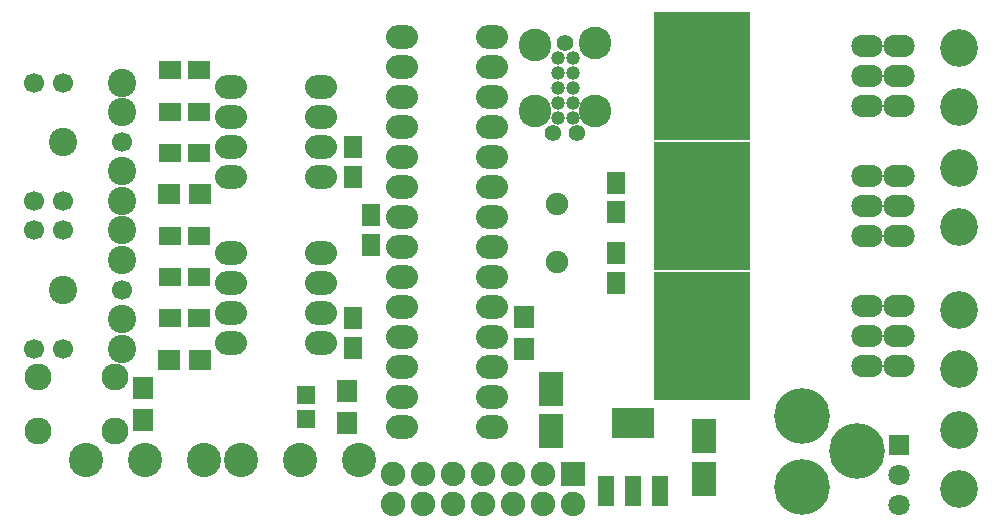
<source format=gts>
G04 #@! TF.FileFunction,Soldermask,Top*
%FSLAX46Y46*%
G04 Gerber Fmt 4.6, Leading zero omitted, Abs format (unit mm)*
G04 Created by KiCad (PCBNEW (2015-10-25 BZR 6279, Git c721c21)-product) date Mon 02 Nov 2015 02:23:49 PM PST*
%MOMM*%
G01*
G04 APERTURE LIST*
%ADD10C,0.100000*%
%ADD11O,2.700000X2.000000*%
%ADD12R,1.650000X1.900000*%
%ADD13R,1.700000X1.900000*%
%ADD14R,3.650000X2.550000*%
%ADD15R,1.350000X2.550000*%
%ADD16R,2.000200X3.000960*%
%ADD17R,1.900000X1.650000*%
%ADD18C,4.718000*%
%ADD19R,1.598880X1.598880*%
%ADD20C,1.184860*%
%ADD21C,1.388060*%
%ADD22C,1.385520*%
%ADD23C,2.772360*%
%ADD24C,2.769820*%
%ADD25R,1.900000X1.700000*%
%ADD26C,2.899360*%
%ADD27R,1.797000X1.797000*%
%ADD28C,1.797000*%
%ADD29C,3.194000*%
%ADD30C,1.901140*%
%ADD31C,2.279600*%
%ADD32C,2.076400*%
%ADD33R,2.076400X2.076400*%
%ADD34C,1.700000*%
%ADD35C,2.400000*%
%ADD36O,2.645360X1.901140*%
%ADD37R,8.223200X10.890200*%
G04 APERTURE END LIST*
D10*
D11*
X75300000Y-70400000D03*
X75300000Y-67860000D03*
X75300000Y-65320000D03*
X75300000Y-62780000D03*
X75300000Y-60240000D03*
X75300000Y-57700000D03*
X75300000Y-55160000D03*
X75300000Y-52620000D03*
X75300000Y-50080000D03*
X75300000Y-47540000D03*
X75300000Y-45000000D03*
X75300000Y-42460000D03*
X75300000Y-39920000D03*
X75300000Y-37380000D03*
X67680000Y-37380000D03*
X67680000Y-39920000D03*
X67680000Y-42460000D03*
X67680000Y-45000000D03*
X67680000Y-47540000D03*
X67680000Y-50080000D03*
X67680000Y-52620000D03*
X67680000Y-55160000D03*
X67680000Y-57700000D03*
X67680000Y-60240000D03*
X67680000Y-62780000D03*
X67680000Y-65320000D03*
X67680000Y-67860000D03*
X67680000Y-70400000D03*
D12*
X85750000Y-49750000D03*
X85750000Y-52250000D03*
D13*
X45700000Y-67150000D03*
X45700000Y-69850000D03*
D14*
X87250000Y-70100000D03*
D15*
X84950000Y-75900000D03*
X87250000Y-75900000D03*
X89550000Y-75900000D03*
D12*
X65000000Y-52500000D03*
X65000000Y-55000000D03*
X85750000Y-55750000D03*
X85750000Y-58250000D03*
D16*
X93250000Y-74800860D03*
X93250000Y-71199140D03*
X80250000Y-70800860D03*
X80250000Y-67199140D03*
D12*
X63500000Y-49250000D03*
X63500000Y-46750000D03*
D17*
X50500000Y-40250000D03*
X48000000Y-40250000D03*
X48000000Y-47250000D03*
X50500000Y-47250000D03*
X50500000Y-43750000D03*
X48000000Y-43750000D03*
D12*
X63500000Y-63750000D03*
X63500000Y-61250000D03*
D17*
X50500000Y-54250000D03*
X48000000Y-54250000D03*
X48000000Y-61250000D03*
X50500000Y-61250000D03*
X50500000Y-57750000D03*
X48000000Y-57750000D03*
D18*
X101500000Y-75500000D03*
X101500000Y-69500000D03*
X106200000Y-72500000D03*
D19*
X59500000Y-69799020D03*
X59500000Y-67700980D03*
D20*
X82135000Y-44290000D03*
X80865000Y-44290000D03*
X82135000Y-43020000D03*
X80865000Y-43020000D03*
X80865000Y-39210000D03*
X82135000Y-39210000D03*
X80865000Y-40480000D03*
X82135000Y-40480000D03*
X80865000Y-41750000D03*
X82135000Y-41750000D03*
D21*
X81500000Y-37940000D03*
D22*
X82516000Y-45560000D03*
X80484000Y-45560000D03*
D23*
X84040000Y-37940000D03*
D24*
X84040000Y-43655000D03*
X78960000Y-38067000D03*
X78960000Y-43655000D03*
D13*
X78000000Y-63850000D03*
X78000000Y-61150000D03*
X63000000Y-67400000D03*
X63000000Y-70100000D03*
D25*
X50600000Y-50750000D03*
X47900000Y-50750000D03*
X50600000Y-64750000D03*
X47900000Y-64750000D03*
D26*
X58998740Y-73200000D03*
X53997480Y-73200000D03*
X64000000Y-73200000D03*
D27*
X109750000Y-71960000D03*
D28*
X109750000Y-74500000D03*
X109750000Y-77040000D03*
D29*
X114800000Y-75680000D03*
X114800000Y-70680000D03*
X114800000Y-60520000D03*
X114800000Y-65520000D03*
D30*
X80750000Y-51559060D03*
X80750000Y-56440940D03*
D26*
X45898740Y-73200000D03*
X40897480Y-73200000D03*
X50900000Y-73200000D03*
D31*
X36848800Y-66239400D03*
X43351200Y-66239400D03*
X36848800Y-70760600D03*
X43351200Y-70760600D03*
D29*
X114800000Y-53480000D03*
X114800000Y-48480000D03*
X114800000Y-38320000D03*
X114800000Y-43320000D03*
D32*
X66880000Y-76970000D03*
X66880000Y-74430000D03*
X69420000Y-74430000D03*
X69420000Y-76970000D03*
X71960000Y-76970000D03*
X71960000Y-74430000D03*
X74500000Y-74430000D03*
X74500000Y-76970000D03*
X77040000Y-76970000D03*
X77040000Y-74430000D03*
X79580000Y-74430000D03*
X79580000Y-76970000D03*
X82120000Y-76970000D03*
D33*
X82120000Y-74430000D03*
D11*
X60850000Y-63300000D03*
X60850000Y-60760000D03*
X60850000Y-58220000D03*
X60850000Y-55680000D03*
X53230000Y-55680000D03*
X53230000Y-58220000D03*
X53230000Y-60760000D03*
X53230000Y-63300000D03*
X60850000Y-49300000D03*
X60850000Y-46760000D03*
X60850000Y-44220000D03*
X60850000Y-41680000D03*
X53230000Y-41680000D03*
X53230000Y-44220000D03*
X53230000Y-46760000D03*
X53230000Y-49300000D03*
D34*
X44000000Y-58800000D03*
X36500000Y-63800000D03*
X39000000Y-63800000D03*
X36500000Y-53800000D03*
X39000000Y-53800000D03*
D35*
X44000000Y-56300000D03*
X44000000Y-53800000D03*
X44000000Y-61300000D03*
X44000000Y-63800000D03*
X39000000Y-58800000D03*
D34*
X44000000Y-46300000D03*
X36500000Y-51300000D03*
X39000000Y-51300000D03*
X36500000Y-41300000D03*
X39000000Y-41300000D03*
D35*
X44000000Y-43800000D03*
X44000000Y-41300000D03*
X44000000Y-48800000D03*
X44000000Y-51300000D03*
X39000000Y-46300000D03*
D36*
X107008000Y-40750000D03*
X107008000Y-38210000D03*
X107008000Y-43290000D03*
X107008000Y-51750000D03*
X107008000Y-49210000D03*
X107008000Y-54290000D03*
X109758000Y-51750000D03*
X109758000Y-54290000D03*
X109758000Y-49210000D03*
D37*
X93050000Y-51750000D03*
D36*
X109758000Y-62750000D03*
X109758000Y-65290000D03*
X109758000Y-60210000D03*
D37*
X93050000Y-62750000D03*
D36*
X109758000Y-40750000D03*
X109758000Y-43290000D03*
X109758000Y-38210000D03*
D37*
X93050000Y-40750000D03*
D36*
X107008000Y-62750000D03*
X107008000Y-60210000D03*
X107008000Y-65290000D03*
M02*

</source>
